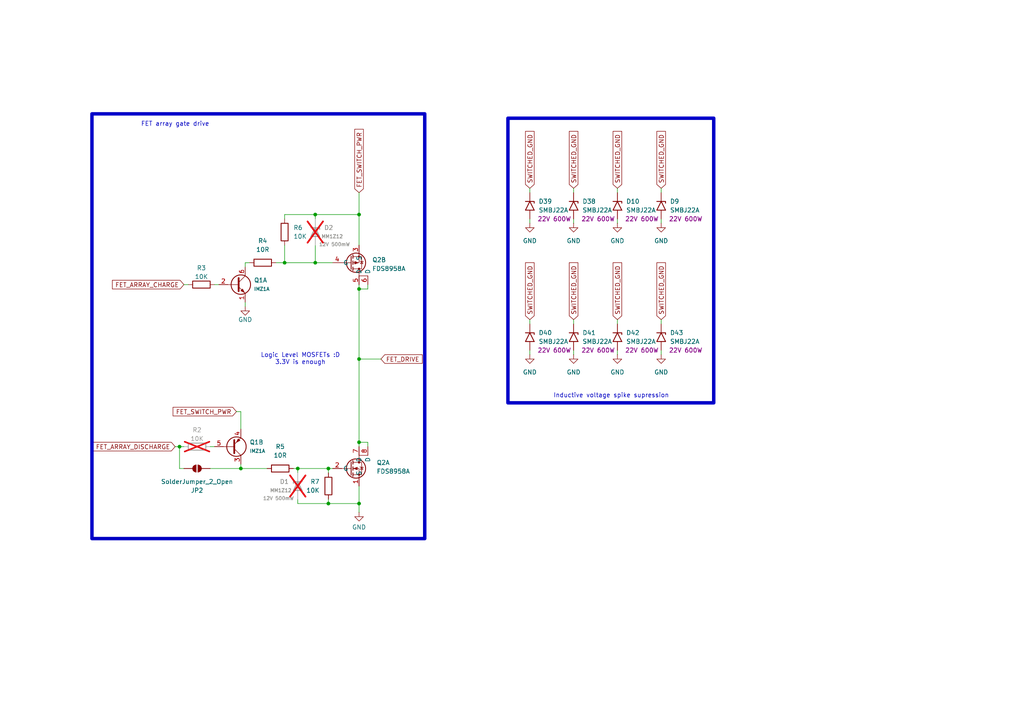
<source format=kicad_sch>
(kicad_sch (version 20250114) (generator "eeschema") (generator_version "9.0")
  (paper "A4")
  (title_block (title "FET Gate Driver") (date "2025-05-03") (rev "v1.0") (company "By Shrinath Nimare <shrinath.nimare@gmail.com>"))
  (lib_symbols
    (symbol "Device:D_Zener" (pin_numbers (hide yes)) (pin_names (offset 1.016) (hide yes))
      (property "Reference" "D" (at 0 2.54 0))
      (property "Value" "D_Zener" (at 0 -2.54 0))
      (symbol "D_Zener_0_1"
        (polyline (pts (xy -1.27 -1.27) (xy -1.27 1.27) (xy -0.762 1.27)) (stroke (width 0.254)))
        (polyline (pts (xy 1.27 0) (xy -1.27 0)))
        (polyline (pts (xy 1.27 -1.27) (xy 1.27 1.27) (xy -1.27 0) (xy 1.27 -1.27)) (stroke (width 0.254)))
      )
      (symbol "D_Zener_1_1"
        (pin passive line (at -3.81 0 0) (length 2.54) (name "K") (number "1"))
        (pin passive line (at 3.81 0 180) (length 2.54) (name "A") (number "2"))
      )
    )
    (symbol "Device:R" (pin_numbers (hide yes)) (pin_names (offset 0))
      (property "Reference" "R" (at 2.032 0 90))
      (property "Value" "R" (at 0 0 90))
      (symbol "R_0_1"
        (rectangle (start -1.016 -2.54) (end 1.016 2.54) (stroke (width 0.254)))
      )
      (symbol "R_1_1"
        (pin passive line (at 0 3.81 270) (length 1.27) (name "~") (number "1"))
        (pin passive line (at 0 -3.81 90) (length 1.27) (name "~") (number "2"))
      )
    )
    (symbol "Diode:SMAJ15A" (pin_numbers (hide yes)) (pin_names (offset 1.016) (hide yes))
      (property "Reference" "D" (at 0 2.54 0))
      (property "Value" "SMAJ15A" (at 0 -2.54 0))
      (symbol "SMAJ15A_0_1"
        (polyline (pts (xy -0.762 1.27) (xy -1.27 1.27) (xy -1.27 -1.27)) (stroke (width 0.254)))
        (polyline (pts (xy 1.27 1.27) (xy 1.27 -1.27) (xy -1.27 0) (xy 1.27 1.27)) (stroke (width 0.254)))
      )
      (symbol "SMAJ15A_1_1"
        (pin passive line (at -3.81 0 0) (length 2.54) (name "A1") (number "1"))
        (pin passive line (at 3.81 0 180) (length 2.54) (name "A2") (number "2"))
      )
    )
    (symbol "FDS8958A:FDS8958A"
      (property "Reference" "Q" (at 10.16 2.54 0))
      (property "Value" "FDS8958A" (at 9.906 0.254 0))
      (symbol "FDS8958A_1_1"
        (polyline (pts (xy -2.286 1.905) (xy -2.286 -1.905)) (stroke (width 0.254)))
        (polyline (pts (xy -2.286 0) (xy -5.08 0)))
        (polyline (pts (xy -1.778 2.286) (xy -1.778 1.27)) (stroke (width 0.254)))
        (polyline (pts (xy -1.778 0.508) (xy -1.778 -0.508)) (stroke (width 0.254)))
        (polyline (pts (xy -1.778 -1.27) (xy -1.778 -2.286)) (stroke (width 0.254)))
        (polyline (pts (xy -1.778 -1.778) (xy 0.762 -1.778) (xy 0.762 1.778) (xy -1.778 1.778)))
        (polyline (pts (xy -1.524 0) (xy -0.508 0.381) (xy -0.508 -0.381) (xy -1.524 0)) (fill (type outline)))
        (circle (center -0.889 0) (radius 2.794) (stroke (width 0.254)))
        (polyline (pts (xy 0 2.54) (xy 0 1.778)))
        (polyline (pts (xy 0 2.54) (xy 0 3.81) (xy 2.54 3.81)))
        (circle (center 0 1.778) (radius 0.254) (fill (type outline)))
        (circle (center 0 -1.778) (radius 0.254) (fill (type outline)))
        (polyline (pts (xy 0 -2.54) (xy 0 0) (xy -1.778 0)))
        (polyline (pts (xy 0.254 0.508) (xy 0.381 0.381) (xy 1.143 0.381) (xy 1.27 0.254)))
        (polyline (pts (xy 0.762 0.381) (xy 0.381 -0.254) (xy 1.143 -0.254) (xy 0.762 0.381)))
        (pin input line (at -7.62 0 0) (length 2.54) (name "G") (number "2"))
        (pin passive line (at 0 6.35 270) (length 2.54) (name "D") (number "7"))
        (pin passive line (at 0 -5.08 90) (length 2.54) (name "S") (number "1"))
        (pin passive line (at 2.54 6.35 270) (length 2.54) (name "D") (number "8"))
      )
      (symbol "FDS8958A_2_1"
        (polyline (pts (xy -2.286 1.905) (xy -2.286 -1.905)) (stroke (width 0.254)))
        (polyline (pts (xy -2.286 0) (xy -5.08 0)))
        (polyline (pts (xy -1.778 2.286) (xy -1.778 1.27)) (stroke (width 0.254)))
        (polyline (pts (xy -1.778 1.778) (xy 0.762 1.778) (xy 0.762 -1.778) (xy -1.778 -1.778)))
        (polyline (pts (xy -1.778 0.508) (xy -1.778 -0.508)) (stroke (width 0.254)))
        (polyline (pts (xy -1.778 -1.27) (xy -1.778 -2.286)) (stroke (width 0.254)))
        (circle (center -0.889 0) (radius 2.794) (stroke (width 0.254)))
        (polyline (pts (xy -0.254 0) (xy -1.27 0.381) (xy -1.27 -0.381) (xy -0.254 0)) (fill (type outline)))
        (polyline (pts (xy 0 2.54) (xy 0 1.778)))
        (polyline (pts (xy 0 2.54) (xy 0 3.81) (xy 2.54 3.81)))
        (circle (center 0 1.778) (radius 0.254) (fill (type outline)))
        (circle (center 0 -1.778) (radius 0.254) (fill (type outline)))
        (polyline (pts (xy 0 -2.54) (xy 0 0) (xy -1.778 0)))
        (polyline (pts (xy 0.254 -0.508) (xy 0.381 -0.381) (xy 1.143 -0.381) (xy 1.27 -0.254)))
        (polyline (pts (xy 0.762 -0.381) (xy 0.381 0.254) (xy 1.143 0.254) (xy 0.762 -0.381)))
        (pin input line (at -7.62 0 0) (length 2.54) (name "G") (number "4"))
        (pin passive line (at 0 6.35 270) (length 2.54) (name "D") (number "5"))
        (pin passive line (at 0 -5.08 90) (length 2.54) (name "S") (number "3"))
        (pin passive line (at 2.54 6.35 270) (length 2.54) (name "D") (number "6"))
      )
    )
    (symbol "Jumper:SolderJumper_2_Open" (pin_numbers (hide yes)) (pin_names (offset 0) (hide yes)) (exclude_from_sim yes) (in_bom no)
      (property "Reference" "JP" (at 0 2.032 0))
      (property "Value" "SolderJumper_2_Open" (at 0 -2.54 0))
      (symbol "SolderJumper_2_Open_0_1"
        (polyline (pts (xy -0.254 1.016) (xy -0.254 -1.016)))
        (arc (start -0.254 -1.016) (mid -1.2656 0) (end -0.254 1.016))
        (arc (start -0.254 -1.016) (mid -1.2656 0) (end -0.254 1.016) (fill (type outline)))
        (arc (start 0.254 1.016) (mid 1.2656 0) (end 0.254 -1.016))
        (arc (start 0.254 1.016) (mid 1.2656 0) (end 0.254 -1.016) (fill (type outline)))
        (polyline (pts (xy 0.254 1.016) (xy 0.254 -1.016)))
      )
      (symbol "SolderJumper_2_Open_1_1"
        (pin passive line (at -3.81 0 0) (length 2.54) (name "A") (number "1"))
        (pin passive line (at 3.81 0 180) (length 2.54) (name "B") (number "2"))
      )
    )
    (symbol "Transistor_BJT:Q_Dual_NPN_PNP_E1B1C2E2B2C1" (pin_names (offset 0) (hide yes))
      (property "Reference" "Q" (at 5.08 1.27 0))
      (property "Value" "Q_Dual_NPN_PNP_E1B1C2E2B2C1" (at 5.08 -1.27 0))
      (symbol "Q_Dual_NPN_PNP_E1B1C2E2B2C1_0_1"
        (polyline (pts (xy 0.635 1.905) (xy 0.635 -1.905)) (stroke (width 0.508)))
        (polyline (pts (xy 0.635 0.635) (xy 2.54 2.54)))
        (polyline (pts (xy 0.635 0) (xy -2.54 0)))
        (polyline (pts (xy 0.635 -0.635) (xy 2.54 -2.54)))
        (circle (center 1.27 0) (radius 2.8194) (stroke (width 0.254)))
      )
      (symbol "Q_Dual_NPN_PNP_E1B1C2E2B2C1_1_1"
        (polyline (pts (xy 1.27 -1.778) (xy 1.778 -1.27) (xy 2.286 -2.286) (xy 1.27 -1.778)) (fill (type outline)))
        (pin input line (at -5.08 0 0) (length 2.54) (name "B1") (number "2"))
        (pin passive line (at 2.54 5.08 270) (length 2.54) (name "C1") (number "6"))
        (pin passive line (at 2.54 -5.08 90) (length 2.54) (name "E1") (number "1"))
      )
      (symbol "Q_Dual_NPN_PNP_E1B1C2E2B2C1_2_1"
        (polyline (pts (xy 2.286 -1.778) (xy 1.778 -2.286) (xy 1.27 -1.27) (xy 2.286 -1.778)) (fill (type outline)))
        (pin input line (at -5.08 0 0) (length 2.54) (name "B2") (number "5"))
        (pin passive line (at 2.54 5.08 270) (length 2.54) (name "C2") (number "3"))
        (pin passive line (at 2.54 -5.08 90) (length 2.54) (name "E2") (number "4"))
      )
    )
    (symbol "power:GND" (power) (pin_numbers (hide yes)) (pin_names (offset 0) (hide yes))
      (property "Value" "GND" (at 0 -3.81 0))
      (symbol "GND_0_1"
        (polyline (pts (xy 0 0) (xy 0 -1.27) (xy 1.27 -1.27) (xy 0 -2.54) (xy -1.27 -1.27) (xy 0 -1.27)))
      )
      (symbol "GND_1_1"
        (pin power_in line (at 0 0 270) (length 0) (name "~") (number "1"))
      )
    )
  )
  (rectangle (start 26.67 33.02) (end 123.19 156.21) (stroke (width 1)))
  (rectangle (start 147.32 34.29) (end 207.01 116.84) (stroke (width 1)))
  (text "Logic Level MOSFETs :D\n3.3V is enough" (at 87.122 104.14 0) (effects (font (size 1.27 1.27))))
  (text "Inductive voltage spike supression" (at 177.292 114.808 0) (effects (font (size 1.27 1.27))))
  (text "FET array gate drive" (at 50.8 36.068 0) (effects (font (size 1.27 1.27))))
  (junction (at 104.14 62.23))
  (junction (at 69.85 135.89))
  (junction (at 82.55 76.2))
  (junction (at 104.14 83.82))
  (junction (at 95.25 135.89))
  (junction (at 91.44 62.23))
  (junction (at 86.36 135.89))
  (junction (at 52.07 129.54))
  (junction (at 104.14 104.14))
  (junction (at 95.25 146.05))
  (junction (at 91.44 76.2))
  (junction (at 104.14 128.27))
  (junction (at 104.14 146.05))
  (wire (pts (xy 71.12 87.63) (xy 71.12 88.9)))
  (wire (pts (xy 91.44 62.23) (xy 104.14 62.23)))
  (wire (pts (xy 179.07 54.61) (xy 179.07 55.88)))
  (wire (pts (xy 179.07 92.71) (xy 179.07 93.98)))
  (wire (pts (xy 91.44 71.12) (xy 91.44 76.2)))
  (wire (pts (xy 86.36 135.89) (xy 86.36 137.16)))
  (wire (pts (xy 52.07 135.89) (xy 53.34 135.89)))
  (wire (pts (xy 72.39 76.2) (xy 71.12 76.2)))
  (wire (pts (xy 68.58 119.38) (xy 69.85 119.38)))
  (wire (pts (xy 166.37 63.5) (xy 166.37 64.77)))
  (wire (pts (xy 104.14 82.55) (xy 104.14 83.82)))
  (wire (pts (xy 191.77 101.6) (xy 191.77 102.87)))
  (wire (pts (xy 106.68 83.82) (xy 104.14 83.82)))
  (wire (pts (xy 104.14 83.82) (xy 104.14 104.14)))
  (wire (pts (xy 95.25 146.05) (xy 104.14 146.05)))
  (wire (pts (xy 153.67 101.6) (xy 153.67 102.87)))
  (wire (pts (xy 86.36 135.89) (xy 95.25 135.89)))
  (wire (pts (xy 91.44 76.2) (xy 96.52 76.2)))
  (wire (pts (xy 86.36 146.05) (xy 95.25 146.05)))
  (wire (pts (xy 60.96 129.54) (xy 62.23 129.54)))
  (wire (pts (xy 69.85 134.62) (xy 69.85 135.89)))
  (wire (pts (xy 86.36 144.78) (xy 86.36 146.05)))
  (wire (pts (xy 104.14 104.14) (xy 104.14 128.27)))
  (wire (pts (xy 191.77 63.5) (xy 191.77 64.77)))
  (wire (pts (xy 52.07 129.54) (xy 52.07 135.89)))
  (wire (pts (xy 104.14 62.23) (xy 104.14 71.12)))
  (wire (pts (xy 179.07 101.6) (xy 179.07 102.87)))
  (wire (pts (xy 62.23 82.55) (xy 63.5 82.55)))
  (wire (pts (xy 191.77 54.61) (xy 191.77 55.88)))
  (wire (pts (xy 104.14 128.27) (xy 104.14 129.54)))
  (wire (pts (xy 69.85 135.89) (xy 77.47 135.89)))
  (wire (pts (xy 153.67 63.5) (xy 153.67 64.77)))
  (wire (pts (xy 85.09 135.89) (xy 86.36 135.89)))
  (wire (pts (xy 82.55 76.2) (xy 80.01 76.2)))
  (wire (pts (xy 104.14 146.05) (xy 104.14 148.59)))
  (wire (pts (xy 179.07 63.5) (xy 179.07 64.77)))
  (wire (pts (xy 106.68 128.27) (xy 104.14 128.27)))
  (wire (pts (xy 153.67 92.71) (xy 153.67 93.98)))
  (wire (pts (xy 166.37 54.61) (xy 166.37 55.88)))
  (wire (pts (xy 95.25 135.89) (xy 96.52 135.89)))
  (wire (pts (xy 71.12 76.2) (xy 71.12 77.47)))
  (wire (pts (xy 95.25 144.78) (xy 95.25 146.05)))
  (wire (pts (xy 60.96 135.89) (xy 69.85 135.89)))
  (wire (pts (xy 52.07 129.54) (xy 53.34 129.54)))
  (wire (pts (xy 53.34 82.55) (xy 54.61 82.55)))
  (wire (pts (xy 95.25 137.16) (xy 95.25 135.89)))
  (wire (pts (xy 91.44 62.23) (xy 91.44 63.5)))
  (wire (pts (xy 69.85 119.38) (xy 69.85 124.46)))
  (wire (pts (xy 82.55 62.23) (xy 82.55 63.5)))
  (wire (pts (xy 166.37 101.6) (xy 166.37 102.87)))
  (wire (pts (xy 191.77 92.71) (xy 191.77 93.98)))
  (wire (pts (xy 82.55 71.12) (xy 82.55 76.2)))
  (wire (pts (xy 104.14 140.97) (xy 104.14 146.05)))
  (wire (pts (xy 106.68 129.54) (xy 106.68 128.27)))
  (wire (pts (xy 91.44 76.2) (xy 82.55 76.2)))
  (wire (pts (xy 153.67 54.61) (xy 153.67 55.88)))
  (wire (pts (xy 82.55 62.23) (xy 91.44 62.23)))
  (wire (pts (xy 104.14 104.14) (xy 110.49 104.14)))
  (wire (pts (xy 166.37 92.71) (xy 166.37 93.98)))
  (wire (pts (xy 106.68 82.55) (xy 106.68 83.82)))
  (wire (pts (xy 50.8 129.54) (xy 52.07 129.54)))
  (wire (pts (xy 104.14 55.88) (xy 104.14 62.23)))
  (global_label "FET_SWITCH_PWR" (shape input) (at 68.58 119.38 180) (property "Intersheetrefs" "${INTERSHEET_REFS}" (effects (hide yes))))
  (global_label "FET_DRIVE" (shape input) (at 110.49 104.14 0) (property "Intersheetrefs" "${INTERSHEET_REFS}" (effects (hide yes))))
  (global_label "SWITCHED_GND" (shape input) (at 153.67 92.71 90) (property "Intersheetrefs" "${INTERSHEET_REFS}" (effects (hide yes))))
  (global_label "SWITCHED_GND" (shape input) (at 166.37 92.71 90) (property "Intersheetrefs" "${INTERSHEET_REFS}" (effects (hide yes))))
  (global_label "SWITCHED_GND" (shape input) (at 179.07 54.61 90) (property "Intersheetrefs" "${INTERSHEET_REFS}" (effects (hide yes))))
  (global_label "FET_ARRAY_DISCHARGE" (shape input) (at 50.8 129.54 180) (property "Intersheetrefs" "${INTERSHEET_REFS}" (effects (hide yes))))
  (global_label "SWITCHED_GND" (shape input) (at 153.67 54.61 90) (property "Intersheetrefs" "${INTERSHEET_REFS}" (effects (hide yes))))
  (global_label "SWITCHED_GND" (shape input) (at 179.07 92.71 90) (property "Intersheetrefs" "${INTERSHEET_REFS}" (effects (hide yes))))
  (global_label "SWITCHED_GND" (shape input) (at 166.37 54.61 90) (property "Intersheetrefs" "${INTERSHEET_REFS}" (effects (hide yes))))
  (global_label "FET_SWITCH_PWR" (shape input) (at 104.14 55.88 90) (property "Intersheetrefs" "${INTERSHEET_REFS}" (effects (hide yes))))
  (global_label "SWITCHED_GND" (shape input) (at 191.77 54.61 90) (property "Intersheetrefs" "${INTERSHEET_REFS}" (effects (hide yes))))
  (global_label "SWITCHED_GND" (shape input) (at 191.77 92.71 90) (property "Intersheetrefs" "${INTERSHEET_REFS}" (effects (hide yes))))
  (global_label "FET_ARRAY_CHARGE" (shape input) (at 53.34 82.55 180) (property "Intersheetrefs" "${INTERSHEET_REFS}" (effects (hide yes))))
  (symbol (lib_id "Diode:SMAJ15A") (at 153.67 97.79 270) (unit 1)
    (property "Reference" "D40" (at 156.21 96.5199 90) (effects (justify left)))
    (property "Value" "SMBJ22A" (at 156.21 99.0599 90) (effects (justify left)))
    (property "Footprint" "Diode_SMD:D_SMB" (effects (hide yes)))
    (property "Datasheet" "https://www.littelfuse.com/media?resourcetype=datasheets&itemid=75e32973-b177-4ee3-a0ff-cedaf1abdb93&filename=smaj-datasheet" (effects (hide yes)))
    (property "Description" "400W unidirectional Transient Voltage Suppressor, 15.0Vr, SMA(DO-214AC)" (effects (hide yes)))
    (property "Source" "Evelta" (effects (hide yes)))
    (property "Rating" "22V 600W" (at 160.782 101.6 90))
  )
  (symbol (lib_id "Device:R") (at 58.42 82.55 270) (unit 1)
    (property "Reference" "R3" (at 58.42 77.724 90))
    (property "Value" "10K" (at 58.42 80.264 90))
    (property "Footprint" "Resistor_SMD:R_0805_2012Metric" (effects (hide yes)))
    (property "Description" "Resistor" (effects (hide yes)))
    (property "Source" "Me" (effects (hide yes)))
  )
  (symbol (lib_id "Diode:SMAJ15A") (at 166.37 97.79 270) (unit 1)
    (property "Reference" "D41" (at 168.91 96.5199 90) (effects (justify left)))
    (property "Value" "SMBJ22A" (at 168.91 99.0599 90) (effects (justify left)))
    (property "Footprint" "Diode_SMD:D_SMB" (effects (hide yes)))
    (property "Datasheet" "https://www.littelfuse.com/media?resourcetype=datasheets&itemid=75e32973-b177-4ee3-a0ff-cedaf1abdb93&filename=smaj-datasheet" (effects (hide yes)))
    (property "Description" "400W unidirectional Transient Voltage Suppressor, 15.0Vr, SMA(DO-214AC)" (effects (hide yes)))
    (property "Source" "Evelta" (effects (hide yes)))
    (property "Rating" "22V 600W" (at 173.482 101.6 90))
  )
  (symbol (lib_id "power:GND") (at 179.07 64.77 0) (unit 1)
    (property "Reference" "#PWR024" (effects (hide yes)))
    (property "Value" "GND" (at 179.07 69.85 0))
    (property "Description" "Power symbol creates a global label with name \"GND\" , ground" (effects (hide yes)))
  )
  (symbol (lib_id "power:GND") (at 191.77 64.77 0) (unit 1)
    (property "Reference" "#PWR026" (effects (hide yes)))
    (property "Value" "GND" (at 191.77 69.85 0))
    (property "Description" "Power symbol creates a global label with name \"GND\" , ground" (effects (hide yes)))
  )
  (symbol (lib_id "FDS8958A:FDS8958A") (at 104.14 135.89 0) (unit 1)
    (property "Reference" "Q2" (at 109.22 134.1754 0) (effects (justify left)))
    (property "Value" "FDS8958A" (at 109.22 136.7154 0) (effects (justify left)))
    (property "Footprint" "Package_SO:SO-8_3.9x4.9mm_P1.27mm" (effects (hide yes)))
    (property "Source" "Inkocean" (effects (hide yes)))
  )
  (symbol (lib_id "Diode:SMAJ15A") (at 166.37 59.69 270) (unit 1)
    (property "Reference" "D38" (at 168.91 58.4199 90) (effects (justify left)))
    (property "Value" "SMBJ22A" (at 168.91 60.9599 90) (effects (justify left)))
    (property "Footprint" "Diode_SMD:D_SMB" (effects (hide yes)))
    (property "Datasheet" "https://www.littelfuse.com/media?resourcetype=datasheets&itemid=75e32973-b177-4ee3-a0ff-cedaf1abdb93&filename=smaj-datasheet" (effects (hide yes)))
    (property "Description" "400W unidirectional Transient Voltage Suppressor, 15.0Vr, SMA(DO-214AC)" (effects (hide yes)))
    (property "Source" "Evelta" (effects (hide yes)))
    (property "Rating" "22V 600W" (at 173.482 63.5 90))
  )
  (symbol (lib_id "Diode:SMAJ15A") (at 179.07 59.69 270) (unit 1)
    (property "Reference" "D10" (at 181.61 58.4199 90) (effects (justify left)))
    (property "Value" "SMBJ22A" (at 181.61 60.9599 90) (effects (justify left)))
    (property "Footprint" "Diode_SMD:D_SMB" (effects (hide yes)))
    (property "Datasheet" "https://www.littelfuse.com/media?resourcetype=datasheets&itemid=75e32973-b177-4ee3-a0ff-cedaf1abdb93&filename=smaj-datasheet" (effects (hide yes)))
    (property "Description" "400W unidirectional Transient Voltage Suppressor, 15.0Vr, SMA(DO-214AC)" (effects (hide yes)))
    (property "Source" "Evelta" (effects (hide yes)))
    (property "Rating" "22V 600W" (at 186.182 63.5 90))
  )
  (symbol (lib_id "Diode:SMAJ15A") (at 153.67 59.69 270) (unit 1)
    (property "Reference" "D39" (at 156.21 58.4199 90) (effects (justify left)))
    (property "Value" "SMBJ22A" (at 156.21 60.9599 90) (effects (justify left)))
    (property "Footprint" "Diode_SMD:D_SMB" (effects (hide yes)))
    (property "Datasheet" "https://www.littelfuse.com/media?resourcetype=datasheets&itemid=75e32973-b177-4ee3-a0ff-cedaf1abdb93&filename=smaj-datasheet" (effects (hide yes)))
    (property "Description" "400W unidirectional Transient Voltage Suppressor, 15.0Vr, SMA(DO-214AC)" (effects (hide yes)))
    (property "Source" "Evelta" (effects (hide yes)))
    (property "Rating" "22V 600W" (at 160.782 63.5 90))
  )
  (symbol (lib_id "power:GND") (at 179.07 102.87 0) (unit 1)
    (property "Reference" "#PWR025" (effects (hide yes)))
    (property "Value" "GND" (at 179.07 107.95 0))
    (property "Description" "Power symbol creates a global label with name \"GND\" , ground" (effects (hide yes)))
  )
  (symbol (lib_id "Transistor_BJT:Q_Dual_NPN_PNP_E1B1C2E2B2C1") (at 68.58 82.55 0) (unit 1)
    (property "Reference" "Q1" (at 73.66 81.2799 0) (effects (justify left)))
    (property "Value" "IMZ1A" (at 73.66 83.8199 0) (effects (font (size 1 1)) (justify left)))
    (property "Footprint" "Package_TO_SOT_SMD:SOT-23-6" (effects (hide yes)))
    (property "Description" "Dual NPN/PNP transistor, 6 pin package" (effects (hide yes)))
    (property "Source" "Inkocean" (effects (hide yes)))
  )
  (symbol (lib_id "power:GND") (at 153.67 102.87 0) (unit 1)
    (property "Reference" "#PWR021" (effects (hide yes)))
    (property "Value" "GND" (at 153.67 107.95 0))
    (property "Description" "Power symbol creates a global label with name \"GND\" , ground" (effects (hide yes)))
  )
  (symbol (lib_id "Device:R") (at 82.55 67.31 180) (unit 1)
    (property "Reference" "R6" (at 85.09 66.0399 0) (effects (justify right)))
    (property "Value" "10K" (at 85.09 68.5799 0) (effects (justify right)))
    (property "Footprint" "Resistor_SMD:R_0805_2012Metric" (effects (hide yes)))
    (property "Description" "Resistor" (effects (hide yes)))
    (property "Source" "Me" (effects (hide yes)))
  )
  (symbol (lib_id "power:GND") (at 104.14 148.59 0) (unit 1)
    (property "Reference" "#PWR07" (effects (hide yes)))
    (property "Value" "GND" (at 104.14 152.908 0))
    (property "Description" "Power symbol creates a global label with name \"GND\" , ground" (effects (hide yes)))
  )
  (symbol (lib_id "Transistor_BJT:Q_Dual_NPN_PNP_E1B1C2E2B2C1") (at 67.31 129.54 0) (mirror x) (unit 2)
    (property "Reference" "Q1" (at 72.39 128.2699 0) (effects (justify left)))
    (property "Value" "IMZ1A" (at 72.39 130.8099 0) (effects (font (size 1 1)) (justify left)))
    (property "Footprint" "Package_TO_SOT_SMD:SOT-23-6" (effects (hide yes)))
    (property "Description" "Dual NPN/PNP transistor, 6 pin package" (effects (hide yes)))
    (property "Source" "Inkocean" (effects (hide yes)))
  )
  (symbol (lib_id "Device:R") (at 95.25 140.97 0) (mirror x) (unit 1)
    (property "Reference" "R7" (at 92.71 139.6999 0) (effects (justify right)))
    (property "Value" "10K" (at 92.71 142.2399 0) (effects (justify right)))
    (property "Footprint" "Resistor_SMD:R_0805_2012Metric" (effects (hide yes)))
    (property "Description" "Resistor" (effects (hide yes)))
    (property "Source" "Me" (effects (hide yes)))
  )
  (symbol (lib_id "power:GND") (at 166.37 102.87 0) (unit 1)
    (property "Reference" "#PWR023" (effects (hide yes)))
    (property "Value" "GND" (at 166.37 107.95 0))
    (property "Description" "Power symbol creates a global label with name \"GND\" , ground" (effects (hide yes)))
  )
  (symbol (lib_id "power:GND") (at 166.37 64.77 0) (unit 1)
    (property "Reference" "#PWR022" (effects (hide yes)))
    (property "Value" "GND" (at 166.37 69.85 0))
    (property "Description" "Power symbol creates a global label with name \"GND\" , ground" (effects (hide yes)))
  )
  (symbol (lib_id "Device:R") (at 76.2 76.2 270) (unit 1)
    (property "Reference" "R4" (at 76.2 69.85 90))
    (property "Value" "10R" (at 76.2 72.39 90))
    (property "Footprint" "Resistor_SMD:R_0805_2012Metric" (effects (hide yes)))
    (property "Description" "Resistor" (effects (hide yes)))
    (property "Source" "Me" (effects (hide yes)))
  )
  (symbol (lib_id "Device:R") (at 57.15 129.54 270) (unit 1) (dnp yes)
    (property "Reference" "R2" (at 57.15 124.714 90))
    (property "Value" "10K" (at 57.15 127.254 90))
    (property "Footprint" "Resistor_SMD:R_0805_2012Metric" (effects (hide yes)))
    (property "Description" "Resistor" (effects (hide yes)))
    (property "Source" "Me" (effects (hide yes)))
  )
  (symbol (lib_id "power:GND") (at 153.67 64.77 0) (unit 1)
    (property "Reference" "#PWR020" (effects (hide yes)))
    (property "Value" "GND" (at 153.67 69.85 0))
    (property "Description" "Power symbol creates a global label with name \"GND\" , ground" (effects (hide yes)))
  )
  (symbol (lib_id "Diode:SMAJ15A") (at 191.77 97.79 270) (unit 1)
    (property "Reference" "D43" (at 194.31 96.5199 90) (effects (justify left)))
    (property "Value" "SMBJ22A" (at 194.31 99.0599 90) (effects (justify left)))
    (property "Footprint" "Diode_SMD:D_SMB" (effects (hide yes)))
    (property "Datasheet" "https://www.littelfuse.com/media?resourcetype=datasheets&itemid=75e32973-b177-4ee3-a0ff-cedaf1abdb93&filename=smaj-datasheet" (effects (hide yes)))
    (property "Description" "400W unidirectional Transient Voltage Suppressor, 15.0Vr, SMA(DO-214AC)" (effects (hide yes)))
    (property "Source" "Evelta" (effects (hide yes)))
    (property "Rating" "22V 600W" (at 198.882 101.6 90))
  )
  (symbol (lib_id "Diode:SMAJ15A") (at 191.77 59.69 270) (unit 1)
    (property "Reference" "D9" (at 194.31 58.4199 90) (effects (justify left)))
    (property "Value" "SMBJ22A" (at 194.31 60.9599 90) (effects (justify left)))
    (property "Footprint" "Diode_SMD:D_SMB" (effects (hide yes)))
    (property "Datasheet" "https://www.littelfuse.com/media?resourcetype=datasheets&itemid=75e32973-b177-4ee3-a0ff-cedaf1abdb93&filename=smaj-datasheet" (effects (hide yes)))
    (property "Description" "400W unidirectional Transient Voltage Suppressor, 15.0Vr, SMA(DO-214AC)" (effects (hide yes)))
    (property "Source" "Evelta" (effects (hide yes)))
    (property "Rating" "22V 600W" (at 198.882 63.5 90))
  )
  (symbol (lib_id "power:GND") (at 71.12 88.9 0) (unit 1)
    (property "Reference" "#PWR06" (effects (hide yes)))
    (property "Value" "GND" (at 71.12 92.71 0))
    (property "Description" "Power symbol creates a global label with name \"GND\" , ground" (effects (hide yes)))
  )
  (symbol (lib_id "FDS8958A:FDS8958A") (at 104.14 76.2 0) (mirror x) (unit 2)
    (property "Reference" "Q2" (at 107.95 75.3744 0) (effects (justify left)))
    (property "Value" "FDS8958A" (at 107.95 77.9144 0) (effects (justify left)))
    (property "Footprint" "Package_SO:SO-8_3.9x4.9mm_P1.27mm" (effects (hide yes)))
    (property "Source" "Inkocean" (effects (hide yes)))
  )
  (symbol (lib_id "Device:R") (at 81.28 135.89 270) (unit 1)
    (property "Reference" "R5" (at 81.28 129.54 90))
    (property "Value" "10R" (at 81.28 132.08 90))
    (property "Footprint" "Resistor_SMD:R_0805_2012Metric" (effects (hide yes)))
    (property "Description" "Resistor" (effects (hide yes)))
    (property "Source" "Me" (effects (hide yes)))
  )
  (symbol (lib_id "Device:D_Zener") (at 91.44 67.31 270) (unit 1) (dnp yes)
    (property "Reference" "D2" (at 93.98 66.0399 90) (effects (justify left)))
    (property "Value" "MM1Z12" (at 93.218 68.58 90) (effects (font (size 1 1)) (justify left)))
    (property "Footprint" "Diode_SMD:D_SOD-123" (effects (hide yes)))
    (property "Description" "Zener diode" (effects (hide yes)))
    (property "Rating" "12V 500mW" (at 97.028 70.866 90) (effects (font (size 1 1))))
    (property "Source" "Evelta" (effects (hide yes)))
  )
  (symbol (lib_id "Device:D_Zener") (at 86.36 140.97 90) (mirror x) (unit 1) (dnp yes)
    (property "Reference" "D1" (at 83.82 139.6999 90) (effects (justify left)))
    (property "Value" "MM1Z12" (at 84.582 142.24 90) (effects (font (size 1 1)) (justify left)))
    (property "Footprint" "Diode_SMD:D_SOD-123" (effects (hide yes)))
    (property "Description" "Zener diode" (effects (hide yes)))
    (property "Rating" "12V 500mW" (at 80.772 144.526 90) (effects (font (size 1 1))))
    (property "Source" "Evelta" (effects (hide yes)))
  )
  (symbol (lib_id "Diode:SMAJ15A") (at 179.07 97.79 270) (unit 1)
    (property "Reference" "D42" (at 181.61 96.5199 90) (effects (justify left)))
    (property "Value" "SMBJ22A" (at 181.61 99.0599 90) (effects (justify left)))
    (property "Footprint" "Diode_SMD:D_SMB" (effects (hide yes)))
    (property "Datasheet" "https://www.littelfuse.com/media?resourcetype=datasheets&itemid=75e32973-b177-4ee3-a0ff-cedaf1abdb93&filename=smaj-datasheet" (effects (hide yes)))
    (property "Description" "400W unidirectional Transient Voltage Suppressor, 15.0Vr, SMA(DO-214AC)" (effects (hide yes)))
    (property "Source" "Evelta" (effects (hide yes)))
    (property "Rating" "22V 600W" (at 186.182 101.6 90))
  )
  (symbol (lib_id "Jumper:SolderJumper_2_Open") (at 57.15 135.89 0) (mirror y) (unit 1) (in_bom no)
    (property "Reference" "JP2" (at 57.15 142.24 0))
    (property "Value" "SolderJumper_2_Open" (at 57.15 139.7 0))
    (property "Footprint" "Jumper:SolderJumper-2_P1.3mm_Open_Pad1.0x1.5mm" (effects (hide yes)))
    (property "Description" "Solder Jumper, 2-pole, open" (effects (hide yes)))
  )
  (symbol (lib_id "power:GND") (at 191.77 102.87 0) (unit 1)
    (property "Reference" "#PWR027" (effects (hide yes)))
    (property "Value" "GND" (at 191.77 107.95 0))
    (property "Description" "Power symbol creates a global label with name \"GND\" , ground" (effects (hide yes)))
  )
  (sheet (at -33.02 82.55) (size 12.7 3.81) (stroke (width 0.1524))
    (property "Sheetname" "FET Array" (at -33.02 81.8384 0) (effects (justify left bottom)))
    (property "Sheetfile" "fets.kicad_sch" (at -33.02 86.9446 0) (effects (justify left top)))
  )
  (sheet (at -33.02 64.77) (size 12.7 3.81) (stroke (width 0.1524))
    (property "Sheetname" "MCU Section" (at -33.02 64.0584 0) (effects (justify left bottom)))
    (property "Sheetfile" "mcu.kicad_sch" (at -33.02 69.1646 0) (effects (justify left top)))
  )
  (sheet (at -33.02 52.07) (size 12.7 3.81) (stroke (width 0.1524))
    (property "Sheetname" "Power Input" (at -33.02 51.3584 0) (effects (justify left bottom)))
    (property "Sheetfile" "power_input.kicad_sch" (at -33.02 56.4646 0) (effects (justify left top)))
  )
)
</source>
